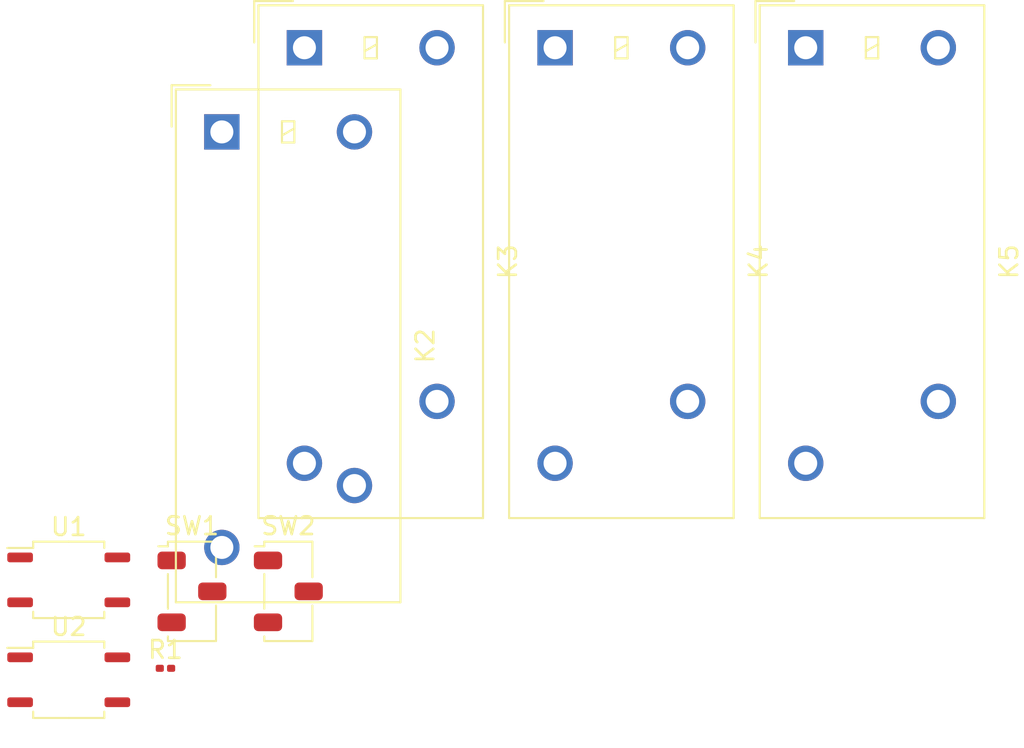
<source format=kicad_pcb>
(kicad_pcb (version 20221018) (generator pcbnew)
  (layers (0 "F.Cu" signal) (31 "B.Cu" signal) (34 "B.Paste" user) (35 "F.Paste" user) (36 "B.SilkS" user "B.Silkscreen") (37 "F.SilkS" user "F.Silkscreen") (38 "B.Mask" user) (39 "F.Mask" user) (44 "Edge.Cuts" user))
  (net 0 "")
  (net 1 "AMS_Fault")
  (net 2 "GND")
  (net 3 "GLV")
  (net 4 "Net-(K3-PadA2)")
  (net 5 "IMD_Fault")
  (net 6 "Net-(K2-PadA2)")
  (net 7 "Net-(K2-Pad13)")
  (net 8 "Net-(SW1-A)")
  (net 9 "HV_Battery")
  (net 10 "HV_AIR-")
  (net 11 "AIR_Power")
  (net 12 "Net-(K5-Pad13)")
  (net 13 "HV_AIR+")
  (net 14 "HV_Battery+")
  (net 15 "Net-(SW1-B)")
  (footprint "Package_SO:SOP-4_3.8x4.1mm_P2.54mm" (layer "F.Cu") (at 113.38 83.755)
    (fp_text reference "U1" (at 0 -3) (layer "F.SilkS"))
    (fp_text value "AQY2805X")
    (fp_line (start -2.01 -2.16) (end -2.01 -1.805) (stroke (width 0.12)) (layer "F.SilkS"))
    (fp_line (start -2.01 -1.805) (end -3.475 -1.805) (stroke (width 0.12)) (layer "F.SilkS"))
    (fp_line (start -2.01 2.16) (end -2.01 1.805) (stroke (width 0.12)) (layer "F.SilkS"))
    (fp_line (start 0 -2.16) (end -2.01 -2.16) (stroke (width 0.12)) (layer "F.SilkS"))
    (fp_line (start 0 -2.16) (end 2.01 -2.16) (stroke (width 0.12)) (layer "F.SilkS"))
    (fp_line (start 0 2.16) (end -2.01 2.16) (stroke (width 0.12)) (layer "F.SilkS"))
    (fp_line (start 0 2.16) (end 2.01 2.16) (stroke (width 0.12)) (layer "F.SilkS"))
    (fp_line (start 2.01 -2.16) (end 2.01 -1.805) (stroke (width 0.12)) (layer "F.SilkS"))
    (fp_line (start 2.01 2.16) (end 2.01 1.805) (stroke (width 0.12)) (layer "F.SilkS"))
    (pad "1" smd roundrect (at -2.75 -1.27) (size 1.45 0.55) (layers "F.Cu" "F.Paste" "F.Mask") (net 1 "AMS_Fault"))
    (pad "2" smd roundrect (at -2.75 1.27) (size 1.45 0.55) (layers "F.Cu" "F.Paste" "F.Mask") (net 2 "GND"))
    (pad "3" smd roundrect (at 2.75 1.27) (size 1.45 0.55) (layers "F.Cu" "F.Paste" "F.Mask") (net 3 "GLV"))
    (pad "4" smd roundrect (at 2.75 -1.27) (size 1.45 0.55) (layers "F.Cu" "F.Paste" "F.Mask") (net 4 "Net-(K3-PadA2)"))
  )
  (footprint "Resistor_SMD:R_0201_0603Metric" (layer "F.Cu") (at 118.85 88.755)
    (fp_text reference "R1" (at 0 -1.05) (layer "F.SilkS"))
    (fp_text value "150Ω")
    (pad "1" smd roundrect (at -0.32 0) (size 0.46 0.4) (layers "F.Cu" "F.Mask") (net 14 "HV_Battery+"))
    (pad "2" smd roundrect (at 0.32 0) (size 0.46 0.4) (layers "F.Cu" "F.Mask") (net 12 "Net-(K5-Pad13)"))
  )
  (footprint "Relay_THT:Relay_SPST_Omron_G2RL-1A" (layer "F.Cu") (at 126.71 53.66)
    (fp_text reference "K3" (at 11.5 12.1 90) (layer "F.SilkS"))
    (fp_text value "ALDP112W")
    (fp_line (start -2.84 -2.64) (end -0.65 -2.64) (stroke (width 0.12)) (layer "F.SilkS"))
    (fp_line (start -2.84 -0.3) (end -2.84 -2.64) (stroke (width 0.12)) (layer "F.SilkS"))
    (fp_line (start -2.6 -2.4) (end -2.6 26.6) (stroke (width 0.12)) (layer "F.SilkS"))
    (fp_line (start -2.6 26.6) (end 10.1 26.6) (stroke (width 0.12)) (layer "F.SilkS"))
    (fp_line (start 3.4 -0.6) (end 3.4 0.6) (stroke (width 0.12)) (layer "F.SilkS"))
    (fp_line (start 3.4 0.2) (end 4.1 -0.2) (stroke (width 0.12)) (layer "F.SilkS"))
    (fp_line (start 3.4 0.6) (end 4.1 0.6) (stroke (width 0.12)) (layer "F.SilkS"))
    (fp_line (start 4.1 -0.6) (end 3.4 -0.6) (stroke (width 0.12)) (layer "F.SilkS"))
    (fp_line (start 4.1 0.6) (end 4.1 -0.6) (stroke (width 0.12)) (layer "F.SilkS"))
    (fp_line (start 10.1 -2.4) (end -2.6 -2.4) (stroke (width 0.12)) (layer "F.SilkS"))
    (fp_line (start 10.1 26.6) (end 10.1 -2.4) (stroke (width 0.12)) (layer "F.SilkS"))
    (pad "13" thru_hole circle (at 7.5 20) (size 2 2) (drill 1.3) (layers "*.Cu" "*.Mask") (net 3 "GLV"))
    (pad "14" thru_hole circle (at 0 23.5) (size 2 2) (drill 1.3) (layers "*.Cu" "*.Mask") (net 7 "Net-(K2-Pad13)"))
    (pad "A1" thru_hole rect (at 0 0) (size 2 2) (drill 1.3) (layers "*.Cu" "*.Mask") (net 2 "GND"))
    (pad "A2" thru_hole circle (at 7.5 0) (size 2 2) (drill 1.3) (layers "*.Cu" "*.Mask") (net 4 "Net-(K3-PadA2)"))
  )
  (footprint "Relay_THT:Relay_SPST_Omron_G2RL-1A" (layer "F.Cu") (at 155.06 53.66)
    (fp_text reference "K5" (at 11.5 12.1 90) (layer "F.SilkS"))
    (fp_text value "GIGAVAC GX14BB")
    (fp_line (start -2.84 -2.64) (end -0.65 -2.64) (stroke (width 0.12)) (layer "F.SilkS"))
    (fp_line (start -2.84 -0.3) (end -2.84 -2.64) (stroke (width 0.12)) (layer "F.SilkS"))
    (fp_line (start -2.6 -2.4) (end -2.6 26.6) (stroke (width 0.12)) (layer "F.SilkS"))
    (fp_line (start -2.6 26.6) (end 10.1 26.6) (stroke (width 0.12)) (layer "F.SilkS"))
    (fp_line (start 3.4 -0.6) (end 3.4 0.6) (stroke (width 0.12)) (layer "F.SilkS"))
    (fp_line (start 3.4 0.2) (end 4.1 -0.2) (stroke (width 0.12)) (layer "F.SilkS"))
    (fp_line (start 3.4 0.6) (end 4.1 0.6) (stroke (width 0.12)) (layer "F.SilkS"))
    (fp_line (start 4.1 -0.6) (end 3.4 -0.6) (stroke (width 0.12)) (layer "F.SilkS"))
    (fp_line (start 4.1 0.6) (end 4.1 -0.6) (stroke (width 0.12)) (layer "F.SilkS"))
    (fp_line (start 10.1 -2.4) (end -2.6 -2.4) (stroke (width 0.12)) (layer "F.SilkS"))
    (fp_line (start 10.1 26.6) (end 10.1 -2.4) (stroke (width 0.12)) (layer "F.SilkS"))
    (pad "13" thru_hole circle (at 7.5 20) (size 2 2) (drill 1.3) (layers "*.Cu" "*.Mask") (net 12 "Net-(K5-Pad13)"))
    (pad "14" thru_hole circle (at 0 23.5) (size 2 2) (drill 1.3) (layers "*.Cu" "*.Mask") (net 13 "HV_AIR+"))
    (pad "A1" thru_hole rect (at 0 0) (size 2 2) (drill 1.3) (layers "*.Cu" "*.Mask") (net 2 "GND"))
    (pad "A2" thru_hole circle (at 7.5 0) (size 2 2) (drill 1.3) (layers "*.Cu" "*.Mask") (net 11 "AIR_Power"))
  )
  (footprint "Package_SO:SOP-4_3.8x4.1mm_P2.54mm" (layer "F.Cu") (at 113.38 89.405)
    (fp_text reference "U2" (at 0 -3) (layer "F.SilkS"))
    (fp_text value "AQY2805X")
    (fp_line (start -2.01 -2.16) (end -2.01 -1.805) (stroke (width 0.12)) (layer "F.SilkS"))
    (fp_line (start -2.01 -1.805) (end -3.475 -1.805) (stroke (width 0.12)) (layer "F.SilkS"))
    (fp_line (start -2.01 2.16) (end -2.01 1.805) (stroke (width 0.12)) (layer "F.SilkS"))
    (fp_line (start 0 -2.16) (end -2.01 -2.16) (stroke (width 0.12)) (layer "F.SilkS"))
    (fp_line (start 0 -2.16) (end 2.01 -2.16) (stroke (width 0.12)) (layer "F.SilkS"))
    (fp_line (start 0 2.16) (end -2.01 2.16) (stroke (width 0.12)) (layer "F.SilkS"))
    (fp_line (start 0 2.16) (end 2.01 2.16) (stroke (width 0.12)) (layer "F.SilkS"))
    (fp_line (start 2.01 -2.16) (end 2.01 -1.805) (stroke (width 0.12)) (layer "F.SilkS"))
    (fp_line (start 2.01 2.16) (end 2.01 1.805) (stroke (width 0.12)) (layer "F.SilkS"))
    (pad "1" smd roundrect (at -2.75 -1.27) (size 1.45 0.55) (layers "F.Cu" "F.Paste" "F.Mask") (net 5 "IMD_Fault"))
    (pad "2" smd roundrect (at -2.75 1.27) (size 1.45 0.55) (layers "F.Cu" "F.Paste" "F.Mask") (net 2 "GND"))
    (pad "3" smd roundrect (at 2.75 1.27) (size 1.45 0.55) (layers "F.Cu" "F.Paste" "F.Mask") (net 3 "GLV"))
    (pad "4" smd roundrect (at 2.75 -1.27) (size 1.45 0.55) (layers "F.Cu" "F.Paste" "F.Mask") (net 6 "Net-(K2-PadA2)"))
  )
  (footprint "Button_Switch_SMD:Nidec_Copal_CAS-120A" (layer "F.Cu") (at 125.8 84.405)
    (fp_text reference "SW2" (at 0 -3.7 unlocked) (layer "F.SilkS"))
    (fp_text value "SW_HVD_IL")
    (fp_line (start -1.36 -2.81) (end 1.36 -2.81) (stroke (width 0.12)) (layer "F.SilkS"))
    (fp_line (start -1.36 -2.55) (end -1.9 -2.55) (stroke (width 0.12)) (layer "F.SilkS"))
    (fp_line (start -1.36 -2.55) (end -1.36 -2.8) (stroke (width 0.12)) (layer "F.SilkS"))
    (fp_line (start -1.36 -0.98) (end -1.36 0.98) (stroke (width 0.12)) (layer "F.SilkS"))
    (fp_line (start -1.36 2.81) (end -1.36 2.55) (stroke (width 0.12)) (layer "F.SilkS"))
    (fp_line (start 1.35 2.81) (end -1.35 2.81) (stroke (width 0.12)) (layer "F.SilkS"))
    (fp_line (start 1.36 -2.81) (end 1.36 -0.8) (stroke (width 0.12)) (layer "F.SilkS"))
    (fp_line (start 1.36 0.8) (end 1.36 2.81) (stroke (width 0.12)) (layer "F.SilkS"))
    (pad "1" smd roundrect (at -1.15 -1.75 270) (size 1 1.6) (layers "F.Cu" "F.Paste" "F.Mask") (net 15 "Net-(SW1-B)"))
    (pad "2" smd roundrect (at 1.15 0 270) (size 1 1.6) (layers "F.Cu" "F.Paste" "F.Mask") (net 11 "AIR_Power"))
    (pad "3" smd roundrect (at -1.15 1.75 270) (size 1 1.6) (layers "F.Cu" "F.Paste" "F.Mask"))
  )
  (footprint "Relay_THT:Relay_SPST_Omron_G2RL-1A" (layer "F.Cu") (at 122.04 58.42)
    (fp_text reference "K2" (at 11.5 12.1 90) (layer "F.SilkS"))
    (fp_text value "ALDP112W")
    (fp_line (start -2.84 -2.64) (end -0.65 -2.64) (stroke (width 0.12)) (layer "F.SilkS"))
    (fp_line (start -2.84 -0.3) (end -2.84 -2.64) (stroke (width 0.12)) (layer "F.SilkS"))
    (fp_line (start -2.6 -2.4) (end -2.6 26.6) (stroke (width 0.12)) (layer "F.SilkS"))
    (fp_line (start -2.6 26.6) (end 10.1 26.6) (stroke (width 0.12)) (layer "F.SilkS"))
    (fp_line (start 3.4 -0.6) (end 3.4 0.6) (stroke (width 0.12)) (layer "F.SilkS"))
    (fp_line (start 3.4 0.2) (end 4.1 -0.2) (stroke (width 0.12)) (layer "F.SilkS"))
    (fp_line (start 3.4 0.6) (end 4.1 0.6) (stroke (width 0.12)) (layer "F.SilkS"))
    (fp_line (start 4.1 -0.6) (end 3.4 -0.6) (stroke (width 0.12)) (layer "F.SilkS"))
    (fp_line (start 4.1 0.6) (end 4.1 -0.6) (stroke (width 0.12)) (layer "F.SilkS"))
    (fp_line (start 10.1 -2.4) (end -2.6 -2.4) (stroke (width 0.12)) (layer "F.SilkS"))
    (fp_line (start 10.1 26.6) (end 10.1 -2.4) (stroke (width 0.12)) (layer "F.SilkS"))
    (pad "13" thru_hole circle (at 7.5 20) (size 2 2) (drill 1.3) (layers "*.Cu" "*.Mask") (net 7 "Net-(K2-Pad13)"))
    (pad "14" thru_hole circle (at 0 23.5) (size 2 2) (drill 1.3) (layers "*.Cu" "*.Mask") (net 8 "Net-(SW1-A)"))
    (pad "A1" thru_hole rect (at 0 0) (size 2 2) (drill 1.3) (layers "*.Cu" "*.Mask") (net 2 "GND"))
    (pad "A2" thru_hole circle (at 7.5 0) (size 2 2) (drill 1.3) (layers "*.Cu" "*.Mask") (net 6 "Net-(K2-PadA2)"))
  )
  (footprint "Relay_THT:Relay_SPST_Omron_G2RL-1A" (layer "F.Cu") (at 140.885 53.66)
    (fp_text reference "K4" (at 11.5 12.1 90) (layer "F.SilkS"))
    (fp_text value "GIGAVAC GX14BB")
    (fp_line (start -2.84 -2.64) (end -0.65 -2.64) (stroke (width 0.12)) (layer "F.SilkS"))
    (fp_line (start -2.84 -0.3) (end -2.84 -2.64) (stroke (width 0.12)) (layer "F.SilkS"))
    (fp_line (start -2.6 -2.4) (end -2.6 26.6) (stroke (width 0.12)) (layer "F.SilkS"))
    (fp_line (start -2.6 26.6) (end 10.1 26.6) (stroke (width 0.12)) (layer "F.SilkS"))
    (fp_line (start 3.4 -0.6) (end 3.4 0.6) (stroke (width 0.12)) (layer "F.SilkS"))
    (fp_line (start 3.4 0.2) (end 4.1 -0.2) (stroke (width 0.12)) (layer "F.SilkS"))
    (fp_line (start 3.4 0.6) (end 4.1 0.6) (stroke (width 0.12)) (layer "F.SilkS"))
    (fp_line (start 4.1 -0.6) (end 3.4 -0.6) (stroke (width 0.12)) (layer "F.SilkS"))
    (fp_line (start 4.1 0.6) (end 4.1 -0.6) (stroke (width 0.12)) (layer "F.SilkS"))
    (fp_line (start 10.1 -2.4) (end -2.6 -2.4) (stroke (width 0.12)) (layer "F.SilkS"))
    (fp_line (start 10.1 26.6) (end 10.1 -2.4) (stroke (width 0.12)) (layer "F.SilkS"))
    (pad "13" thru_hole circle (at 7.5 20) (size 2 2) (drill 1.3) (layers "*.Cu" "*.Mask") (net 9 "HV_Battery"))
    (pad "14" thru_hole circle (at 0 23.5) (size 2 2) (drill 1.3) (layers "*.Cu" "*.Mask") (net 10 "HV_AIR-"))
    (pad "A1" thru_hole rect (at 0 0) (size 2 2) (drill 1.3) (layers "*.Cu" "*.Mask") (net 2 "GND"))
    (pad "A2" thru_hole circle (at 7.5 0) (size 2 2) (drill 1.3) (layers "*.Cu" "*.Mask") (net 11 "AIR_Power"))
  )
  (footprint "Button_Switch_SMD:Nidec_Copal_CAS-120A" (layer "F.Cu") (at 120.35 84.405)
    (fp_text reference "SW1" (at 0 -3.7 unlocked) (layer "F.SilkS"))
    (fp_text value "SW-STOP")
    (fp_line (start -1.36 -2.81) (end 1.36 -2.81) (stroke (width 0.12)) (layer "F.SilkS"))
    (fp_line (start -1.36 -2.55) (end -1.9 -2.55) (stroke (width 0.12)) (layer "F.SilkS"))
    (fp_line (start -1.36 -2.55) (end -1.36 -2.8) (stroke (width 0.12)) (layer "F.SilkS"))
    (fp_line (start -1.36 -0.98) (end -1.36 0.98) (stroke (width 0.12)) (layer "F.SilkS"))
    (fp_line (start -1.36 2.81) (end -1.36 2.55) (stroke (width 0.12)) (layer "F.SilkS"))
    (fp_line (start 1.35 2.81) (end -1.35 2.81) (stroke (width 0.12)) (layer "F.SilkS"))
    (fp_line (start 1.36 -2.81) (end 1.36 -0.8) (stroke (width 0.12)) (layer "F.SilkS"))
    (fp_line (start 1.36 0.8) (end 1.36 2.81) (stroke (width 0.12)) (layer "F.SilkS"))
    (pad "1" smd roundrect (at -1.15 -1.75 270) (size 1 1.6) (layers "F.Cu" "F.Paste" "F.Mask") (net 8 "Net-(SW1-A)"))
    (pad "2" smd roundrect (at 1.15 0 270) (size 1 1.6) (layers "F.Cu" "F.Paste" "F.Mask") (net 15 "Net-(SW1-B)"))
    (pad "3" smd roundrect (at -1.15 1.75 270) (size 1 1.6) (layers "F.Cu" "F.Paste" "F.Mask"))
  )
)
</source>
